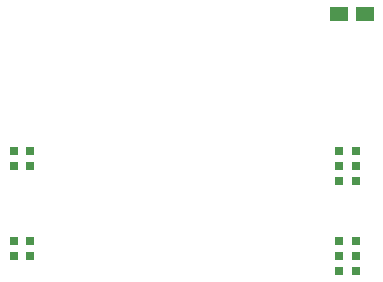
<source format=gtp>
*%FSLAX25Y25*%
*%MOIN*%
G01*
%ADD11C,0.00100*%
%ADD12C,0.00700*%
%ADD13C,0.00733*%
%ADD14C,0.01000*%
%ADD15C,0.01200*%
%ADD16C,0.01500*%
%ADD17C,0.02000*%
%ADD18C,0.03000*%
%ADD19C,0.04000*%
%ADD20C,0.04800*%
%ADD21C,0.05000*%
%ADD22C,0.05800*%
%ADD23C,0.07000*%
%ADD24C,0.08000*%
%ADD25C,0.08800*%
%ADD26C,0.12000*%
%ADD27R,0.00967X0.00967*%
%ADD28R,0.01000X0.01000*%
%ADD29R,0.01386X0.01386*%
%ADD30R,0.01500X0.01500*%
%ADD31R,0.02000X0.02000*%
%ADD32R,0.02000X0.02000*%
%ADD33R,0.02500X0.02500*%
%ADD34R,0.02500X0.02500*%
%ADD35R,0.03000X0.03000*%
%ADD36R,0.03000X0.03000*%
%ADD37R,0.03500X0.03500*%
%ADD38R,0.03500X0.03500*%
%ADD39R,0.03800X0.03800*%
%ADD40R,0.04000X0.04000*%
%ADD41R,0.04000X0.04000*%
%ADD42R,0.04500X0.04500*%
%ADD43R,0.05000X0.05000*%
%ADD44R,0.05000X0.06000*%
%ADD45R,0.05000X0.05000*%
%ADD46R,0.05800X0.06800*%
%ADD47R,0.06000X0.05000*%
%ADD48R,0.06000X0.06000*%
%ADD49R,0.06800X0.05800*%
%ADD50R,0.08500X0.08500*%
%ADD51R,0.09000X0.09000*%
%ADD52R,0.10000X0.10000*%
D35*
X1040300Y800000D02*
D03*
X937300Y795000D02*
D03*
X1040300Y765000D02*
D03*
X937300Y800000D02*
D03*
X1045800Y795000D02*
D03*
X1040300D02*
D03*
X931800Y800000D02*
D03*
X1045800Y765000D02*
D03*
Y770000D02*
D03*
Y800000D02*
D03*
X931800Y770000D02*
D03*
X937300Y765000D02*
D03*
Y770000D02*
D03*
X931800Y765000D02*
D03*
Y795000D02*
D03*
X1040300Y790000D02*
D03*
Y760000D02*
D03*
Y770000D02*
D03*
X1045800Y790000D02*
D03*
Y760000D02*
D03*
D47*
X1048800Y845500D02*
D03*
X1040300D02*
D03*
M02*

</source>
